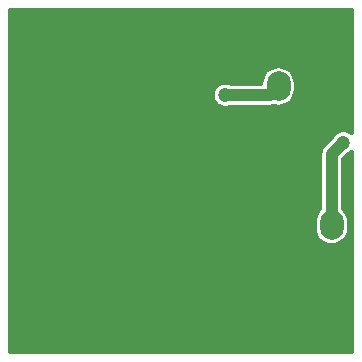
<source format=gbl>
G04 #@! TF.GenerationSoftware,KiCad,Pcbnew,5.1.4-e60b266~84~ubuntu18.04.1*
G04 #@! TF.CreationDate,2019-10-22T14:27:34+02:00*
G04 #@! TF.ProjectId,bug,6275672e-6b69-4636-9164-5f7063625858,rev?*
G04 #@! TF.SameCoordinates,PX2faf080PY2faf080*
G04 #@! TF.FileFunction,Copper,L2,Bot*
G04 #@! TF.FilePolarity,Positive*
%FSLAX46Y46*%
G04 Gerber Fmt 4.6, Leading zero omitted, Abs format (unit mm)*
G04 Created by KiCad (PCBNEW 5.1.4-e60b266~84~ubuntu18.04.1) date 2019-10-22 14:27:34*
%MOMM*%
%LPD*%
G04 APERTURE LIST*
%ADD10O,2.000000X2.500000*%
%ADD11C,1.200000*%
%ADD12C,1.000000*%
%ADD13C,0.300000*%
G04 APERTURE END LIST*
D10*
X23250000Y-7000000D03*
X25750000Y-7000000D03*
X27750000Y-18750000D03*
X25210000Y-18750000D03*
D11*
X19500000Y-26500000D03*
X20250000Y-20000000D03*
X16250000Y-13500000D03*
X18000000Y-2250000D03*
X14500000Y-25000000D03*
X11750000Y-26000000D03*
X3750000Y-23750000D03*
X1500000Y-16750000D03*
X4750000Y-16750000D03*
X25250000Y-16250000D03*
X6500000Y-1500000D03*
X5750000Y-7250000D03*
X16000000Y-10750000D03*
X18750000Y-7750000D03*
X28750000Y-11750000D03*
D12*
X22500000Y-7750000D02*
X18750000Y-7750000D01*
X22500000Y-7750000D02*
X23250000Y-7000000D01*
X27750000Y-18250000D02*
X27750000Y-12750000D01*
X27750000Y-12750000D02*
X28750000Y-11750000D01*
D13*
G36*
X29450000Y-10965075D02*
G01*
X29419336Y-10934411D01*
X29247362Y-10819502D01*
X29056274Y-10740350D01*
X28853416Y-10700000D01*
X28646584Y-10700000D01*
X28443726Y-10740350D01*
X28252638Y-10819502D01*
X28080664Y-10934411D01*
X27934411Y-11080664D01*
X27819502Y-11252638D01*
X27759851Y-11396647D01*
X27111243Y-12045255D01*
X27075000Y-12074999D01*
X27045256Y-12111242D01*
X27045252Y-12111246D01*
X26956283Y-12219655D01*
X26868069Y-12384692D01*
X26813747Y-12563768D01*
X26795405Y-12750000D01*
X26800001Y-12796664D01*
X26800000Y-17403864D01*
X26719736Y-17469735D01*
X26538536Y-17690526D01*
X26403894Y-17942424D01*
X26320981Y-18215750D01*
X26300000Y-18428775D01*
X26300000Y-19071224D01*
X26320981Y-19284249D01*
X26403894Y-19557575D01*
X26538536Y-19809473D01*
X26719735Y-20030264D01*
X26940526Y-20211464D01*
X27192424Y-20346106D01*
X27465750Y-20429019D01*
X27750000Y-20457015D01*
X28034249Y-20429019D01*
X28307575Y-20346106D01*
X28559473Y-20211464D01*
X28780264Y-20030265D01*
X28961464Y-19809474D01*
X29096106Y-19557576D01*
X29179019Y-19284250D01*
X29200000Y-19071225D01*
X29200000Y-18428776D01*
X29179019Y-18215751D01*
X29096106Y-17942424D01*
X28961464Y-17690526D01*
X28780265Y-17469735D01*
X28700000Y-17403863D01*
X28700000Y-13143502D01*
X29103353Y-12740149D01*
X29247362Y-12680498D01*
X29419336Y-12565589D01*
X29450000Y-12534925D01*
X29450000Y-29450000D01*
X550000Y-29450000D01*
X550000Y-7646584D01*
X17700000Y-7646584D01*
X17700000Y-7853416D01*
X17740350Y-8056274D01*
X17819502Y-8247362D01*
X17934411Y-8419336D01*
X18080664Y-8565589D01*
X18252638Y-8680498D01*
X18443726Y-8759650D01*
X18646584Y-8800000D01*
X18853416Y-8800000D01*
X19056274Y-8759650D01*
X19200280Y-8700000D01*
X22453346Y-8700000D01*
X22500000Y-8704595D01*
X22546654Y-8700000D01*
X22546665Y-8700000D01*
X22686232Y-8686254D01*
X22837917Y-8640241D01*
X22965751Y-8679019D01*
X23250000Y-8707015D01*
X23534250Y-8679019D01*
X23807576Y-8596106D01*
X24059474Y-8461464D01*
X24280265Y-8280265D01*
X24461464Y-8059474D01*
X24596106Y-7807576D01*
X24679019Y-7534249D01*
X24700000Y-7321224D01*
X24700000Y-6678775D01*
X24679019Y-6465750D01*
X24596106Y-6192424D01*
X24461464Y-5940526D01*
X24280264Y-5719735D01*
X24059473Y-5538536D01*
X23807575Y-5403894D01*
X23534249Y-5320981D01*
X23250000Y-5292985D01*
X22965750Y-5320981D01*
X22692424Y-5403894D01*
X22440526Y-5538536D01*
X22219735Y-5719736D01*
X22038536Y-5940527D01*
X21903894Y-6192425D01*
X21820981Y-6465751D01*
X21800000Y-6678776D01*
X21800000Y-6800000D01*
X19200280Y-6800000D01*
X19056274Y-6740350D01*
X18853416Y-6700000D01*
X18646584Y-6700000D01*
X18443726Y-6740350D01*
X18252638Y-6819502D01*
X18080664Y-6934411D01*
X17934411Y-7080664D01*
X17819502Y-7252638D01*
X17740350Y-7443726D01*
X17700000Y-7646584D01*
X550000Y-7646584D01*
X550000Y-550000D01*
X29450000Y-550000D01*
X29450000Y-10965075D01*
X29450000Y-10965075D01*
G37*
X29450000Y-10965075D02*
X29419336Y-10934411D01*
X29247362Y-10819502D01*
X29056274Y-10740350D01*
X28853416Y-10700000D01*
X28646584Y-10700000D01*
X28443726Y-10740350D01*
X28252638Y-10819502D01*
X28080664Y-10934411D01*
X27934411Y-11080664D01*
X27819502Y-11252638D01*
X27759851Y-11396647D01*
X27111243Y-12045255D01*
X27075000Y-12074999D01*
X27045256Y-12111242D01*
X27045252Y-12111246D01*
X26956283Y-12219655D01*
X26868069Y-12384692D01*
X26813747Y-12563768D01*
X26795405Y-12750000D01*
X26800001Y-12796664D01*
X26800000Y-17403864D01*
X26719736Y-17469735D01*
X26538536Y-17690526D01*
X26403894Y-17942424D01*
X26320981Y-18215750D01*
X26300000Y-18428775D01*
X26300000Y-19071224D01*
X26320981Y-19284249D01*
X26403894Y-19557575D01*
X26538536Y-19809473D01*
X26719735Y-20030264D01*
X26940526Y-20211464D01*
X27192424Y-20346106D01*
X27465750Y-20429019D01*
X27750000Y-20457015D01*
X28034249Y-20429019D01*
X28307575Y-20346106D01*
X28559473Y-20211464D01*
X28780264Y-20030265D01*
X28961464Y-19809474D01*
X29096106Y-19557576D01*
X29179019Y-19284250D01*
X29200000Y-19071225D01*
X29200000Y-18428776D01*
X29179019Y-18215751D01*
X29096106Y-17942424D01*
X28961464Y-17690526D01*
X28780265Y-17469735D01*
X28700000Y-17403863D01*
X28700000Y-13143502D01*
X29103353Y-12740149D01*
X29247362Y-12680498D01*
X29419336Y-12565589D01*
X29450000Y-12534925D01*
X29450000Y-29450000D01*
X550000Y-29450000D01*
X550000Y-7646584D01*
X17700000Y-7646584D01*
X17700000Y-7853416D01*
X17740350Y-8056274D01*
X17819502Y-8247362D01*
X17934411Y-8419336D01*
X18080664Y-8565589D01*
X18252638Y-8680498D01*
X18443726Y-8759650D01*
X18646584Y-8800000D01*
X18853416Y-8800000D01*
X19056274Y-8759650D01*
X19200280Y-8700000D01*
X22453346Y-8700000D01*
X22500000Y-8704595D01*
X22546654Y-8700000D01*
X22546665Y-8700000D01*
X22686232Y-8686254D01*
X22837917Y-8640241D01*
X22965751Y-8679019D01*
X23250000Y-8707015D01*
X23534250Y-8679019D01*
X23807576Y-8596106D01*
X24059474Y-8461464D01*
X24280265Y-8280265D01*
X24461464Y-8059474D01*
X24596106Y-7807576D01*
X24679019Y-7534249D01*
X24700000Y-7321224D01*
X24700000Y-6678775D01*
X24679019Y-6465750D01*
X24596106Y-6192424D01*
X24461464Y-5940526D01*
X24280264Y-5719735D01*
X24059473Y-5538536D01*
X23807575Y-5403894D01*
X23534249Y-5320981D01*
X23250000Y-5292985D01*
X22965750Y-5320981D01*
X22692424Y-5403894D01*
X22440526Y-5538536D01*
X22219735Y-5719736D01*
X22038536Y-5940527D01*
X21903894Y-6192425D01*
X21820981Y-6465751D01*
X21800000Y-6678776D01*
X21800000Y-6800000D01*
X19200280Y-6800000D01*
X19056274Y-6740350D01*
X18853416Y-6700000D01*
X18646584Y-6700000D01*
X18443726Y-6740350D01*
X18252638Y-6819502D01*
X18080664Y-6934411D01*
X17934411Y-7080664D01*
X17819502Y-7252638D01*
X17740350Y-7443726D01*
X17700000Y-7646584D01*
X550000Y-7646584D01*
X550000Y-550000D01*
X29450000Y-550000D01*
X29450000Y-10965075D01*
M02*

</source>
